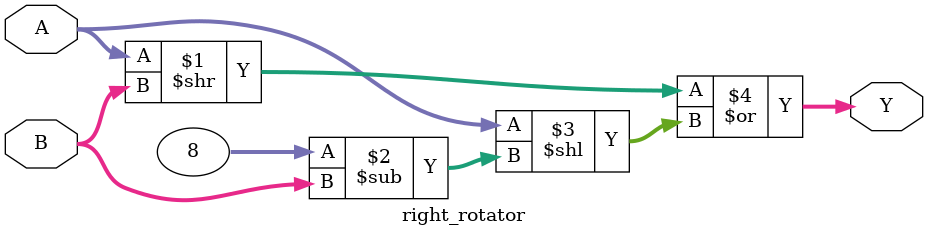
<source format=v>
module right_rotator 
#(
    parameter N=8
)(
    input [$clog2(N)-1:0] B,
    input [N-1:0] A,
    output [N-1:0] Y
);

// This probably yields better synthesizing result but the code below 'behaves' the same ;)
/*localparam ROWS = $clog2(N);
localparam COLS = N;

wire [(ROWS*COLS)-1:0] A_out;

// at 8 bit we have to shift 4 2 1
// at 4 bits we have to shift 2 1

// 0th row
generate 
        for(genvar j=0; j<COLS; j++) begin : ROW_LOOP
            mux2 mux_I (
                .inp0(A[j]),
                .inp1(1'b0),
                .sel(B[ROWS-1]),
                .out(A_out_first_row[j])
            );
        end 
endgenerate

// other rows
generate 
    for(genvar i=1; i<ROWS; i++) begin : COL_LOOP
        for(genvar j=0; j<COLS; j++) begin : ROW_LOOP
            mux2 mux_I (
                .inp0(A_out[N*(i-1)]),
                .inp1(),
                .sel(),
                .out()
            );
        end 
    end
endgenerate*/

// Right rotator
// TODO: if this does not work change to other answer in:
// https://electronics.stackexchange.com/questions/588602/how-to-rotate-bits-in-verilog
assign Y = (A >> B) | (A << (N-B));

endmodule
</source>
